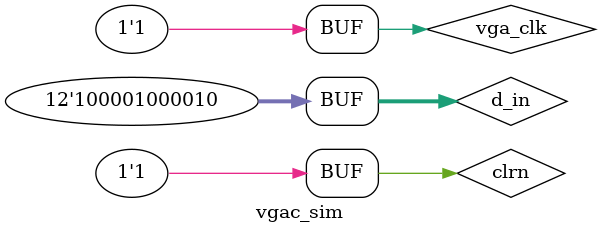
<source format=v>
`timescale 1ns / 1ps


module vgac_sim;

	// Inputs
	reg vga_clk;
	reg clrn;
	reg [11:0] d_in;

	// Outputs
	wire [8:0] row_addr;
	wire [9:0] col_addr;
	wire rdn;
	wire [3:0] r;
	wire [3:0] g;
	wire [3:0] b;
	wire hs;
	wire vs;

	// Instantiate the Unit Under Test (UUT)
	vgac uut (
		.vga_clk(vga_clk), 
		.clrn(clrn), 
		.d_in(d_in), 
		.row_addr(row_addr), 
		.col_addr(col_addr), 
		.rdn(rdn), 
		.r(r), 
		.g(g), 
		.b(b), 
		.hs(hs), 
		.vs(vs)
	);

	initial begin
		d_in=12'b100001000010;
		clrn=0;#30;
		clrn=1;
	end
	
	always begin
		vga_clk=0;#20;
		vga_clk=1;#20;
	end
      
endmodule


</source>
